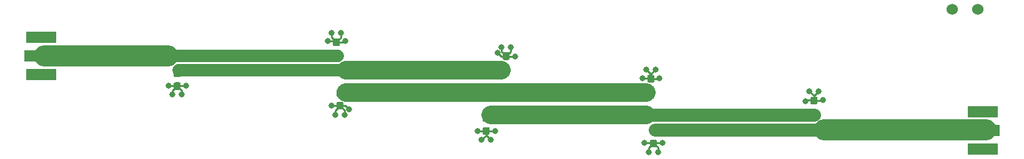
<source format=gbr>
G04 #@! TF.GenerationSoftware,KiCad,Pcbnew,5.1.2-f72e74a~84~ubuntu18.04.1*
G04 #@! TF.CreationDate,2019-11-12T15:35:39+01:00*
G04 #@! TF.ProjectId,filtre_lignes_couplees,66696c74-7265-45f6-9c69-676e65735f63,rev?*
G04 #@! TF.SameCoordinates,Original*
G04 #@! TF.FileFunction,Copper,L1,Top*
G04 #@! TF.FilePolarity,Positive*
%FSLAX46Y46*%
G04 Gerber Fmt 4.6, Leading zero omitted, Abs format (unit mm)*
G04 Created by KiCad (PCBNEW 5.1.2-f72e74a~84~ubuntu18.04.1) date 2019-11-12 15:35:39*
%MOMM*%
%LPD*%
G04 APERTURE LIST*
%ADD10C,0.100000*%
%ADD11C,0.950000*%
%ADD12C,1.524000*%
%ADD13R,4.060000X1.520000*%
%ADD14R,4.600000X1.520000*%
%ADD15C,0.800000*%
%ADD16C,0.250000*%
%ADD17C,2.900000*%
%ADD18C,1.710000*%
%ADD19C,2.523000*%
%ADD20C,1.771000*%
G04 APERTURE END LIST*
D10*
G36*
X144840779Y-90291144D02*
G01*
X144863834Y-90294563D01*
X144886443Y-90300227D01*
X144908387Y-90308079D01*
X144929457Y-90318044D01*
X144949448Y-90330026D01*
X144968168Y-90343910D01*
X144985438Y-90359562D01*
X145001090Y-90376832D01*
X145014974Y-90395552D01*
X145026956Y-90415543D01*
X145036921Y-90436613D01*
X145044773Y-90458557D01*
X145050437Y-90481166D01*
X145053856Y-90504221D01*
X145055000Y-90527500D01*
X145055000Y-91102500D01*
X145053856Y-91125779D01*
X145050437Y-91148834D01*
X145044773Y-91171443D01*
X145036921Y-91193387D01*
X145026956Y-91214457D01*
X145014974Y-91234448D01*
X145001090Y-91253168D01*
X144985438Y-91270438D01*
X144968168Y-91286090D01*
X144949448Y-91299974D01*
X144929457Y-91311956D01*
X144908387Y-91321921D01*
X144886443Y-91329773D01*
X144863834Y-91335437D01*
X144840779Y-91338856D01*
X144817500Y-91340000D01*
X144342500Y-91340000D01*
X144319221Y-91338856D01*
X144296166Y-91335437D01*
X144273557Y-91329773D01*
X144251613Y-91321921D01*
X144230543Y-91311956D01*
X144210552Y-91299974D01*
X144191832Y-91286090D01*
X144174562Y-91270438D01*
X144158910Y-91253168D01*
X144145026Y-91234448D01*
X144133044Y-91214457D01*
X144123079Y-91193387D01*
X144115227Y-91171443D01*
X144109563Y-91148834D01*
X144106144Y-91125779D01*
X144105000Y-91102500D01*
X144105000Y-90527500D01*
X144106144Y-90504221D01*
X144109563Y-90481166D01*
X144115227Y-90458557D01*
X144123079Y-90436613D01*
X144133044Y-90415543D01*
X144145026Y-90395552D01*
X144158910Y-90376832D01*
X144174562Y-90359562D01*
X144191832Y-90343910D01*
X144210552Y-90330026D01*
X144230543Y-90318044D01*
X144251613Y-90308079D01*
X144273557Y-90300227D01*
X144296166Y-90294563D01*
X144319221Y-90291144D01*
X144342500Y-90290000D01*
X144817500Y-90290000D01*
X144840779Y-90291144D01*
X144840779Y-90291144D01*
G37*
D11*
X144580000Y-90815000D03*
D10*
G36*
X144840779Y-92041144D02*
G01*
X144863834Y-92044563D01*
X144886443Y-92050227D01*
X144908387Y-92058079D01*
X144929457Y-92068044D01*
X144949448Y-92080026D01*
X144968168Y-92093910D01*
X144985438Y-92109562D01*
X145001090Y-92126832D01*
X145014974Y-92145552D01*
X145026956Y-92165543D01*
X145036921Y-92186613D01*
X145044773Y-92208557D01*
X145050437Y-92231166D01*
X145053856Y-92254221D01*
X145055000Y-92277500D01*
X145055000Y-92852500D01*
X145053856Y-92875779D01*
X145050437Y-92898834D01*
X145044773Y-92921443D01*
X145036921Y-92943387D01*
X145026956Y-92964457D01*
X145014974Y-92984448D01*
X145001090Y-93003168D01*
X144985438Y-93020438D01*
X144968168Y-93036090D01*
X144949448Y-93049974D01*
X144929457Y-93061956D01*
X144908387Y-93071921D01*
X144886443Y-93079773D01*
X144863834Y-93085437D01*
X144840779Y-93088856D01*
X144817500Y-93090000D01*
X144342500Y-93090000D01*
X144319221Y-93088856D01*
X144296166Y-93085437D01*
X144273557Y-93079773D01*
X144251613Y-93071921D01*
X144230543Y-93061956D01*
X144210552Y-93049974D01*
X144191832Y-93036090D01*
X144174562Y-93020438D01*
X144158910Y-93003168D01*
X144145026Y-92984448D01*
X144133044Y-92964457D01*
X144123079Y-92943387D01*
X144115227Y-92921443D01*
X144109563Y-92898834D01*
X144106144Y-92875779D01*
X144105000Y-92852500D01*
X144105000Y-92277500D01*
X144106144Y-92254221D01*
X144109563Y-92231166D01*
X144115227Y-92208557D01*
X144123079Y-92186613D01*
X144133044Y-92165543D01*
X144145026Y-92145552D01*
X144158910Y-92126832D01*
X144174562Y-92109562D01*
X144191832Y-92093910D01*
X144210552Y-92080026D01*
X144230543Y-92068044D01*
X144251613Y-92058079D01*
X144273557Y-92050227D01*
X144296166Y-92044563D01*
X144319221Y-92041144D01*
X144342500Y-92040000D01*
X144817500Y-92040000D01*
X144840779Y-92041144D01*
X144840779Y-92041144D01*
G37*
D11*
X144580000Y-92565000D03*
D10*
G36*
X166630779Y-86198644D02*
G01*
X166653834Y-86202063D01*
X166676443Y-86207727D01*
X166698387Y-86215579D01*
X166719457Y-86225544D01*
X166739448Y-86237526D01*
X166758168Y-86251410D01*
X166775438Y-86267062D01*
X166791090Y-86284332D01*
X166804974Y-86303052D01*
X166816956Y-86323043D01*
X166826921Y-86344113D01*
X166834773Y-86366057D01*
X166840437Y-86388666D01*
X166843856Y-86411721D01*
X166845000Y-86435000D01*
X166845000Y-87010000D01*
X166843856Y-87033279D01*
X166840437Y-87056334D01*
X166834773Y-87078943D01*
X166826921Y-87100887D01*
X166816956Y-87121957D01*
X166804974Y-87141948D01*
X166791090Y-87160668D01*
X166775438Y-87177938D01*
X166758168Y-87193590D01*
X166739448Y-87207474D01*
X166719457Y-87219456D01*
X166698387Y-87229421D01*
X166676443Y-87237273D01*
X166653834Y-87242937D01*
X166630779Y-87246356D01*
X166607500Y-87247500D01*
X166132500Y-87247500D01*
X166109221Y-87246356D01*
X166086166Y-87242937D01*
X166063557Y-87237273D01*
X166041613Y-87229421D01*
X166020543Y-87219456D01*
X166000552Y-87207474D01*
X165981832Y-87193590D01*
X165964562Y-87177938D01*
X165948910Y-87160668D01*
X165935026Y-87141948D01*
X165923044Y-87121957D01*
X165913079Y-87100887D01*
X165905227Y-87078943D01*
X165899563Y-87056334D01*
X165896144Y-87033279D01*
X165895000Y-87010000D01*
X165895000Y-86435000D01*
X165896144Y-86411721D01*
X165899563Y-86388666D01*
X165905227Y-86366057D01*
X165913079Y-86344113D01*
X165923044Y-86323043D01*
X165935026Y-86303052D01*
X165948910Y-86284332D01*
X165964562Y-86267062D01*
X165981832Y-86251410D01*
X166000552Y-86237526D01*
X166020543Y-86225544D01*
X166041613Y-86215579D01*
X166063557Y-86207727D01*
X166086166Y-86202063D01*
X166109221Y-86198644D01*
X166132500Y-86197500D01*
X166607500Y-86197500D01*
X166630779Y-86198644D01*
X166630779Y-86198644D01*
G37*
D11*
X166370000Y-86722500D03*
D10*
G36*
X166630779Y-87948644D02*
G01*
X166653834Y-87952063D01*
X166676443Y-87957727D01*
X166698387Y-87965579D01*
X166719457Y-87975544D01*
X166739448Y-87987526D01*
X166758168Y-88001410D01*
X166775438Y-88017062D01*
X166791090Y-88034332D01*
X166804974Y-88053052D01*
X166816956Y-88073043D01*
X166826921Y-88094113D01*
X166834773Y-88116057D01*
X166840437Y-88138666D01*
X166843856Y-88161721D01*
X166845000Y-88185000D01*
X166845000Y-88760000D01*
X166843856Y-88783279D01*
X166840437Y-88806334D01*
X166834773Y-88828943D01*
X166826921Y-88850887D01*
X166816956Y-88871957D01*
X166804974Y-88891948D01*
X166791090Y-88910668D01*
X166775438Y-88927938D01*
X166758168Y-88943590D01*
X166739448Y-88957474D01*
X166719457Y-88969456D01*
X166698387Y-88979421D01*
X166676443Y-88987273D01*
X166653834Y-88992937D01*
X166630779Y-88996356D01*
X166607500Y-88997500D01*
X166132500Y-88997500D01*
X166109221Y-88996356D01*
X166086166Y-88992937D01*
X166063557Y-88987273D01*
X166041613Y-88979421D01*
X166020543Y-88969456D01*
X166000552Y-88957474D01*
X165981832Y-88943590D01*
X165964562Y-88927938D01*
X165948910Y-88910668D01*
X165935026Y-88891948D01*
X165923044Y-88871957D01*
X165913079Y-88850887D01*
X165905227Y-88828943D01*
X165899563Y-88806334D01*
X165896144Y-88783279D01*
X165895000Y-88760000D01*
X165895000Y-88185000D01*
X165896144Y-88161721D01*
X165899563Y-88138666D01*
X165905227Y-88116057D01*
X165913079Y-88094113D01*
X165923044Y-88073043D01*
X165935026Y-88053052D01*
X165948910Y-88034332D01*
X165964562Y-88017062D01*
X165981832Y-88001410D01*
X166000552Y-87987526D01*
X166020543Y-87975544D01*
X166041613Y-87965579D01*
X166063557Y-87957727D01*
X166086166Y-87952063D01*
X166109221Y-87948644D01*
X166132500Y-87947500D01*
X166607500Y-87947500D01*
X166630779Y-87948644D01*
X166630779Y-87948644D01*
G37*
D11*
X166370000Y-88472500D03*
D10*
G36*
X122180779Y-88601144D02*
G01*
X122203834Y-88604563D01*
X122226443Y-88610227D01*
X122248387Y-88618079D01*
X122269457Y-88628044D01*
X122289448Y-88640026D01*
X122308168Y-88653910D01*
X122325438Y-88669562D01*
X122341090Y-88686832D01*
X122354974Y-88705552D01*
X122366956Y-88725543D01*
X122376921Y-88746613D01*
X122384773Y-88768557D01*
X122390437Y-88791166D01*
X122393856Y-88814221D01*
X122395000Y-88837500D01*
X122395000Y-89412500D01*
X122393856Y-89435779D01*
X122390437Y-89458834D01*
X122384773Y-89481443D01*
X122376921Y-89503387D01*
X122366956Y-89524457D01*
X122354974Y-89544448D01*
X122341090Y-89563168D01*
X122325438Y-89580438D01*
X122308168Y-89596090D01*
X122289448Y-89609974D01*
X122269457Y-89621956D01*
X122248387Y-89631921D01*
X122226443Y-89639773D01*
X122203834Y-89645437D01*
X122180779Y-89648856D01*
X122157500Y-89650000D01*
X121682500Y-89650000D01*
X121659221Y-89648856D01*
X121636166Y-89645437D01*
X121613557Y-89639773D01*
X121591613Y-89631921D01*
X121570543Y-89621956D01*
X121550552Y-89609974D01*
X121531832Y-89596090D01*
X121514562Y-89580438D01*
X121498910Y-89563168D01*
X121485026Y-89544448D01*
X121473044Y-89524457D01*
X121463079Y-89503387D01*
X121455227Y-89481443D01*
X121449563Y-89458834D01*
X121446144Y-89435779D01*
X121445000Y-89412500D01*
X121445000Y-88837500D01*
X121446144Y-88814221D01*
X121449563Y-88791166D01*
X121455227Y-88768557D01*
X121463079Y-88746613D01*
X121473044Y-88725543D01*
X121485026Y-88705552D01*
X121498910Y-88686832D01*
X121514562Y-88669562D01*
X121531832Y-88653910D01*
X121550552Y-88640026D01*
X121570543Y-88628044D01*
X121591613Y-88618079D01*
X121613557Y-88610227D01*
X121636166Y-88604563D01*
X121659221Y-88601144D01*
X121682500Y-88600000D01*
X122157500Y-88600000D01*
X122180779Y-88601144D01*
X122180779Y-88601144D01*
G37*
D11*
X121920000Y-89125000D03*
D10*
G36*
X122180779Y-90351144D02*
G01*
X122203834Y-90354563D01*
X122226443Y-90360227D01*
X122248387Y-90368079D01*
X122269457Y-90378044D01*
X122289448Y-90390026D01*
X122308168Y-90403910D01*
X122325438Y-90419562D01*
X122341090Y-90436832D01*
X122354974Y-90455552D01*
X122366956Y-90475543D01*
X122376921Y-90496613D01*
X122384773Y-90518557D01*
X122390437Y-90541166D01*
X122393856Y-90564221D01*
X122395000Y-90587500D01*
X122395000Y-91162500D01*
X122393856Y-91185779D01*
X122390437Y-91208834D01*
X122384773Y-91231443D01*
X122376921Y-91253387D01*
X122366956Y-91274457D01*
X122354974Y-91294448D01*
X122341090Y-91313168D01*
X122325438Y-91330438D01*
X122308168Y-91346090D01*
X122289448Y-91359974D01*
X122269457Y-91371956D01*
X122248387Y-91381921D01*
X122226443Y-91389773D01*
X122203834Y-91395437D01*
X122180779Y-91398856D01*
X122157500Y-91400000D01*
X121682500Y-91400000D01*
X121659221Y-91398856D01*
X121636166Y-91395437D01*
X121613557Y-91389773D01*
X121591613Y-91381921D01*
X121570543Y-91371956D01*
X121550552Y-91359974D01*
X121531832Y-91346090D01*
X121514562Y-91330438D01*
X121498910Y-91313168D01*
X121485026Y-91294448D01*
X121473044Y-91274457D01*
X121463079Y-91253387D01*
X121455227Y-91231443D01*
X121449563Y-91208834D01*
X121446144Y-91185779D01*
X121445000Y-91162500D01*
X121445000Y-90587500D01*
X121446144Y-90564221D01*
X121449563Y-90541166D01*
X121455227Y-90518557D01*
X121463079Y-90496613D01*
X121473044Y-90475543D01*
X121485026Y-90455552D01*
X121498910Y-90436832D01*
X121514562Y-90419562D01*
X121531832Y-90403910D01*
X121550552Y-90390026D01*
X121570543Y-90378044D01*
X121591613Y-90368079D01*
X121613557Y-90360227D01*
X121636166Y-90354563D01*
X121659221Y-90351144D01*
X121682500Y-90350000D01*
X122157500Y-90350000D01*
X122180779Y-90351144D01*
X122180779Y-90351144D01*
G37*
D11*
X121920000Y-90875000D03*
D10*
G36*
X144505779Y-83221144D02*
G01*
X144528834Y-83224563D01*
X144551443Y-83230227D01*
X144573387Y-83238079D01*
X144594457Y-83248044D01*
X144614448Y-83260026D01*
X144633168Y-83273910D01*
X144650438Y-83289562D01*
X144666090Y-83306832D01*
X144679974Y-83325552D01*
X144691956Y-83345543D01*
X144701921Y-83366613D01*
X144709773Y-83388557D01*
X144715437Y-83411166D01*
X144718856Y-83434221D01*
X144720000Y-83457500D01*
X144720000Y-84032500D01*
X144718856Y-84055779D01*
X144715437Y-84078834D01*
X144709773Y-84101443D01*
X144701921Y-84123387D01*
X144691956Y-84144457D01*
X144679974Y-84164448D01*
X144666090Y-84183168D01*
X144650438Y-84200438D01*
X144633168Y-84216090D01*
X144614448Y-84229974D01*
X144594457Y-84241956D01*
X144573387Y-84251921D01*
X144551443Y-84259773D01*
X144528834Y-84265437D01*
X144505779Y-84268856D01*
X144482500Y-84270000D01*
X144007500Y-84270000D01*
X143984221Y-84268856D01*
X143961166Y-84265437D01*
X143938557Y-84259773D01*
X143916613Y-84251921D01*
X143895543Y-84241956D01*
X143875552Y-84229974D01*
X143856832Y-84216090D01*
X143839562Y-84200438D01*
X143823910Y-84183168D01*
X143810026Y-84164448D01*
X143798044Y-84144457D01*
X143788079Y-84123387D01*
X143780227Y-84101443D01*
X143774563Y-84078834D01*
X143771144Y-84055779D01*
X143770000Y-84032500D01*
X143770000Y-83457500D01*
X143771144Y-83434221D01*
X143774563Y-83411166D01*
X143780227Y-83388557D01*
X143788079Y-83366613D01*
X143798044Y-83345543D01*
X143810026Y-83325552D01*
X143823910Y-83306832D01*
X143839562Y-83289562D01*
X143856832Y-83273910D01*
X143875552Y-83260026D01*
X143895543Y-83248044D01*
X143916613Y-83238079D01*
X143938557Y-83230227D01*
X143961166Y-83224563D01*
X143984221Y-83221144D01*
X144007500Y-83220000D01*
X144482500Y-83220000D01*
X144505779Y-83221144D01*
X144505779Y-83221144D01*
G37*
D11*
X144245000Y-83745000D03*
D10*
G36*
X144505779Y-84971144D02*
G01*
X144528834Y-84974563D01*
X144551443Y-84980227D01*
X144573387Y-84988079D01*
X144594457Y-84998044D01*
X144614448Y-85010026D01*
X144633168Y-85023910D01*
X144650438Y-85039562D01*
X144666090Y-85056832D01*
X144679974Y-85075552D01*
X144691956Y-85095543D01*
X144701921Y-85116613D01*
X144709773Y-85138557D01*
X144715437Y-85161166D01*
X144718856Y-85184221D01*
X144720000Y-85207500D01*
X144720000Y-85782500D01*
X144718856Y-85805779D01*
X144715437Y-85828834D01*
X144709773Y-85851443D01*
X144701921Y-85873387D01*
X144691956Y-85894457D01*
X144679974Y-85914448D01*
X144666090Y-85933168D01*
X144650438Y-85950438D01*
X144633168Y-85966090D01*
X144614448Y-85979974D01*
X144594457Y-85991956D01*
X144573387Y-86001921D01*
X144551443Y-86009773D01*
X144528834Y-86015437D01*
X144505779Y-86018856D01*
X144482500Y-86020000D01*
X144007500Y-86020000D01*
X143984221Y-86018856D01*
X143961166Y-86015437D01*
X143938557Y-86009773D01*
X143916613Y-86001921D01*
X143895543Y-85991956D01*
X143875552Y-85979974D01*
X143856832Y-85966090D01*
X143839562Y-85950438D01*
X143823910Y-85933168D01*
X143810026Y-85914448D01*
X143798044Y-85894457D01*
X143788079Y-85873387D01*
X143780227Y-85851443D01*
X143774563Y-85828834D01*
X143771144Y-85805779D01*
X143770000Y-85782500D01*
X143770000Y-85207500D01*
X143771144Y-85184221D01*
X143774563Y-85161166D01*
X143780227Y-85138557D01*
X143788079Y-85116613D01*
X143798044Y-85095543D01*
X143810026Y-85075552D01*
X143823910Y-85056832D01*
X143839562Y-85039562D01*
X143856832Y-85023910D01*
X143875552Y-85010026D01*
X143895543Y-84998044D01*
X143916613Y-84988079D01*
X143938557Y-84980227D01*
X143961166Y-84974563D01*
X143984221Y-84971144D01*
X144007500Y-84970000D01*
X144482500Y-84970000D01*
X144505779Y-84971144D01*
X144505779Y-84971144D01*
G37*
D11*
X144245000Y-85495000D03*
D10*
G36*
X102360779Y-85161144D02*
G01*
X102383834Y-85164563D01*
X102406443Y-85170227D01*
X102428387Y-85178079D01*
X102449457Y-85188044D01*
X102469448Y-85200026D01*
X102488168Y-85213910D01*
X102505438Y-85229562D01*
X102521090Y-85246832D01*
X102534974Y-85265552D01*
X102546956Y-85285543D01*
X102556921Y-85306613D01*
X102564773Y-85328557D01*
X102570437Y-85351166D01*
X102573856Y-85374221D01*
X102575000Y-85397500D01*
X102575000Y-85972500D01*
X102573856Y-85995779D01*
X102570437Y-86018834D01*
X102564773Y-86041443D01*
X102556921Y-86063387D01*
X102546956Y-86084457D01*
X102534974Y-86104448D01*
X102521090Y-86123168D01*
X102505438Y-86140438D01*
X102488168Y-86156090D01*
X102469448Y-86169974D01*
X102449457Y-86181956D01*
X102428387Y-86191921D01*
X102406443Y-86199773D01*
X102383834Y-86205437D01*
X102360779Y-86208856D01*
X102337500Y-86210000D01*
X101862500Y-86210000D01*
X101839221Y-86208856D01*
X101816166Y-86205437D01*
X101793557Y-86199773D01*
X101771613Y-86191921D01*
X101750543Y-86181956D01*
X101730552Y-86169974D01*
X101711832Y-86156090D01*
X101694562Y-86140438D01*
X101678910Y-86123168D01*
X101665026Y-86104448D01*
X101653044Y-86084457D01*
X101643079Y-86063387D01*
X101635227Y-86041443D01*
X101629563Y-86018834D01*
X101626144Y-85995779D01*
X101625000Y-85972500D01*
X101625000Y-85397500D01*
X101626144Y-85374221D01*
X101629563Y-85351166D01*
X101635227Y-85328557D01*
X101643079Y-85306613D01*
X101653044Y-85285543D01*
X101665026Y-85265552D01*
X101678910Y-85246832D01*
X101694562Y-85229562D01*
X101711832Y-85213910D01*
X101730552Y-85200026D01*
X101750543Y-85188044D01*
X101771613Y-85178079D01*
X101793557Y-85170227D01*
X101816166Y-85164563D01*
X101839221Y-85161144D01*
X101862500Y-85160000D01*
X102337500Y-85160000D01*
X102360779Y-85161144D01*
X102360779Y-85161144D01*
G37*
D11*
X102100000Y-85685000D03*
D10*
G36*
X102360779Y-86911144D02*
G01*
X102383834Y-86914563D01*
X102406443Y-86920227D01*
X102428387Y-86928079D01*
X102449457Y-86938044D01*
X102469448Y-86950026D01*
X102488168Y-86963910D01*
X102505438Y-86979562D01*
X102521090Y-86996832D01*
X102534974Y-87015552D01*
X102546956Y-87035543D01*
X102556921Y-87056613D01*
X102564773Y-87078557D01*
X102570437Y-87101166D01*
X102573856Y-87124221D01*
X102575000Y-87147500D01*
X102575000Y-87722500D01*
X102573856Y-87745779D01*
X102570437Y-87768834D01*
X102564773Y-87791443D01*
X102556921Y-87813387D01*
X102546956Y-87834457D01*
X102534974Y-87854448D01*
X102521090Y-87873168D01*
X102505438Y-87890438D01*
X102488168Y-87906090D01*
X102469448Y-87919974D01*
X102449457Y-87931956D01*
X102428387Y-87941921D01*
X102406443Y-87949773D01*
X102383834Y-87955437D01*
X102360779Y-87958856D01*
X102337500Y-87960000D01*
X101862500Y-87960000D01*
X101839221Y-87958856D01*
X101816166Y-87955437D01*
X101793557Y-87949773D01*
X101771613Y-87941921D01*
X101750543Y-87931956D01*
X101730552Y-87919974D01*
X101711832Y-87906090D01*
X101694562Y-87890438D01*
X101678910Y-87873168D01*
X101665026Y-87854448D01*
X101653044Y-87834457D01*
X101643079Y-87813387D01*
X101635227Y-87791443D01*
X101629563Y-87768834D01*
X101626144Y-87745779D01*
X101625000Y-87722500D01*
X101625000Y-87147500D01*
X101626144Y-87124221D01*
X101629563Y-87101166D01*
X101635227Y-87078557D01*
X101643079Y-87056613D01*
X101653044Y-87035543D01*
X101665026Y-87015552D01*
X101678910Y-86996832D01*
X101694562Y-86979562D01*
X101711832Y-86963910D01*
X101730552Y-86950026D01*
X101750543Y-86938044D01*
X101771613Y-86928079D01*
X101793557Y-86920227D01*
X101816166Y-86914563D01*
X101839221Y-86911144D01*
X101862500Y-86910000D01*
X102337500Y-86910000D01*
X102360779Y-86911144D01*
X102360779Y-86911144D01*
G37*
D11*
X102100000Y-87435000D03*
D10*
G36*
X124885779Y-80146144D02*
G01*
X124908834Y-80149563D01*
X124931443Y-80155227D01*
X124953387Y-80163079D01*
X124974457Y-80173044D01*
X124994448Y-80185026D01*
X125013168Y-80198910D01*
X125030438Y-80214562D01*
X125046090Y-80231832D01*
X125059974Y-80250552D01*
X125071956Y-80270543D01*
X125081921Y-80291613D01*
X125089773Y-80313557D01*
X125095437Y-80336166D01*
X125098856Y-80359221D01*
X125100000Y-80382500D01*
X125100000Y-80957500D01*
X125098856Y-80980779D01*
X125095437Y-81003834D01*
X125089773Y-81026443D01*
X125081921Y-81048387D01*
X125071956Y-81069457D01*
X125059974Y-81089448D01*
X125046090Y-81108168D01*
X125030438Y-81125438D01*
X125013168Y-81141090D01*
X124994448Y-81154974D01*
X124974457Y-81166956D01*
X124953387Y-81176921D01*
X124931443Y-81184773D01*
X124908834Y-81190437D01*
X124885779Y-81193856D01*
X124862500Y-81195000D01*
X124387500Y-81195000D01*
X124364221Y-81193856D01*
X124341166Y-81190437D01*
X124318557Y-81184773D01*
X124296613Y-81176921D01*
X124275543Y-81166956D01*
X124255552Y-81154974D01*
X124236832Y-81141090D01*
X124219562Y-81125438D01*
X124203910Y-81108168D01*
X124190026Y-81089448D01*
X124178044Y-81069457D01*
X124168079Y-81048387D01*
X124160227Y-81026443D01*
X124154563Y-81003834D01*
X124151144Y-80980779D01*
X124150000Y-80957500D01*
X124150000Y-80382500D01*
X124151144Y-80359221D01*
X124154563Y-80336166D01*
X124160227Y-80313557D01*
X124168079Y-80291613D01*
X124178044Y-80270543D01*
X124190026Y-80250552D01*
X124203910Y-80231832D01*
X124219562Y-80214562D01*
X124236832Y-80198910D01*
X124255552Y-80185026D01*
X124275543Y-80173044D01*
X124296613Y-80163079D01*
X124318557Y-80155227D01*
X124341166Y-80149563D01*
X124364221Y-80146144D01*
X124387500Y-80145000D01*
X124862500Y-80145000D01*
X124885779Y-80146144D01*
X124885779Y-80146144D01*
G37*
D11*
X124625000Y-80670000D03*
D10*
G36*
X124885779Y-81896144D02*
G01*
X124908834Y-81899563D01*
X124931443Y-81905227D01*
X124953387Y-81913079D01*
X124974457Y-81923044D01*
X124994448Y-81935026D01*
X125013168Y-81948910D01*
X125030438Y-81964562D01*
X125046090Y-81981832D01*
X125059974Y-82000552D01*
X125071956Y-82020543D01*
X125081921Y-82041613D01*
X125089773Y-82063557D01*
X125095437Y-82086166D01*
X125098856Y-82109221D01*
X125100000Y-82132500D01*
X125100000Y-82707500D01*
X125098856Y-82730779D01*
X125095437Y-82753834D01*
X125089773Y-82776443D01*
X125081921Y-82798387D01*
X125071956Y-82819457D01*
X125059974Y-82839448D01*
X125046090Y-82858168D01*
X125030438Y-82875438D01*
X125013168Y-82891090D01*
X124994448Y-82904974D01*
X124974457Y-82916956D01*
X124953387Y-82926921D01*
X124931443Y-82934773D01*
X124908834Y-82940437D01*
X124885779Y-82943856D01*
X124862500Y-82945000D01*
X124387500Y-82945000D01*
X124364221Y-82943856D01*
X124341166Y-82940437D01*
X124318557Y-82934773D01*
X124296613Y-82926921D01*
X124275543Y-82916956D01*
X124255552Y-82904974D01*
X124236832Y-82891090D01*
X124219562Y-82875438D01*
X124203910Y-82858168D01*
X124190026Y-82839448D01*
X124178044Y-82819457D01*
X124168079Y-82798387D01*
X124160227Y-82776443D01*
X124154563Y-82753834D01*
X124151144Y-82730779D01*
X124150000Y-82707500D01*
X124150000Y-82132500D01*
X124151144Y-82109221D01*
X124154563Y-82086166D01*
X124160227Y-82063557D01*
X124168079Y-82041613D01*
X124178044Y-82020543D01*
X124190026Y-82000552D01*
X124203910Y-81981832D01*
X124219562Y-81964562D01*
X124236832Y-81948910D01*
X124255552Y-81935026D01*
X124275543Y-81923044D01*
X124296613Y-81913079D01*
X124318557Y-81905227D01*
X124341166Y-81899563D01*
X124364221Y-81896144D01*
X124387500Y-81895000D01*
X124862500Y-81895000D01*
X124885779Y-81896144D01*
X124885779Y-81896144D01*
G37*
D11*
X124625000Y-82420000D03*
D10*
G36*
X80270779Y-82491144D02*
G01*
X80293834Y-82494563D01*
X80316443Y-82500227D01*
X80338387Y-82508079D01*
X80359457Y-82518044D01*
X80379448Y-82530026D01*
X80398168Y-82543910D01*
X80415438Y-82559562D01*
X80431090Y-82576832D01*
X80444974Y-82595552D01*
X80456956Y-82615543D01*
X80466921Y-82636613D01*
X80474773Y-82658557D01*
X80480437Y-82681166D01*
X80483856Y-82704221D01*
X80485000Y-82727500D01*
X80485000Y-83302500D01*
X80483856Y-83325779D01*
X80480437Y-83348834D01*
X80474773Y-83371443D01*
X80466921Y-83393387D01*
X80456956Y-83414457D01*
X80444974Y-83434448D01*
X80431090Y-83453168D01*
X80415438Y-83470438D01*
X80398168Y-83486090D01*
X80379448Y-83499974D01*
X80359457Y-83511956D01*
X80338387Y-83521921D01*
X80316443Y-83529773D01*
X80293834Y-83535437D01*
X80270779Y-83538856D01*
X80247500Y-83540000D01*
X79772500Y-83540000D01*
X79749221Y-83538856D01*
X79726166Y-83535437D01*
X79703557Y-83529773D01*
X79681613Y-83521921D01*
X79660543Y-83511956D01*
X79640552Y-83499974D01*
X79621832Y-83486090D01*
X79604562Y-83470438D01*
X79588910Y-83453168D01*
X79575026Y-83434448D01*
X79563044Y-83414457D01*
X79553079Y-83393387D01*
X79545227Y-83371443D01*
X79539563Y-83348834D01*
X79536144Y-83325779D01*
X79535000Y-83302500D01*
X79535000Y-82727500D01*
X79536144Y-82704221D01*
X79539563Y-82681166D01*
X79545227Y-82658557D01*
X79553079Y-82636613D01*
X79563044Y-82615543D01*
X79575026Y-82595552D01*
X79588910Y-82576832D01*
X79604562Y-82559562D01*
X79621832Y-82543910D01*
X79640552Y-82530026D01*
X79660543Y-82518044D01*
X79681613Y-82508079D01*
X79703557Y-82500227D01*
X79726166Y-82494563D01*
X79749221Y-82491144D01*
X79772500Y-82490000D01*
X80247500Y-82490000D01*
X80270779Y-82491144D01*
X80270779Y-82491144D01*
G37*
D11*
X80010000Y-83015000D03*
D10*
G36*
X80270779Y-84241144D02*
G01*
X80293834Y-84244563D01*
X80316443Y-84250227D01*
X80338387Y-84258079D01*
X80359457Y-84268044D01*
X80379448Y-84280026D01*
X80398168Y-84293910D01*
X80415438Y-84309562D01*
X80431090Y-84326832D01*
X80444974Y-84345552D01*
X80456956Y-84365543D01*
X80466921Y-84386613D01*
X80474773Y-84408557D01*
X80480437Y-84431166D01*
X80483856Y-84454221D01*
X80485000Y-84477500D01*
X80485000Y-85052500D01*
X80483856Y-85075779D01*
X80480437Y-85098834D01*
X80474773Y-85121443D01*
X80466921Y-85143387D01*
X80456956Y-85164457D01*
X80444974Y-85184448D01*
X80431090Y-85203168D01*
X80415438Y-85220438D01*
X80398168Y-85236090D01*
X80379448Y-85249974D01*
X80359457Y-85261956D01*
X80338387Y-85271921D01*
X80316443Y-85279773D01*
X80293834Y-85285437D01*
X80270779Y-85288856D01*
X80247500Y-85290000D01*
X79772500Y-85290000D01*
X79749221Y-85288856D01*
X79726166Y-85285437D01*
X79703557Y-85279773D01*
X79681613Y-85271921D01*
X79660543Y-85261956D01*
X79640552Y-85249974D01*
X79621832Y-85236090D01*
X79604562Y-85220438D01*
X79588910Y-85203168D01*
X79575026Y-85184448D01*
X79563044Y-85164457D01*
X79553079Y-85143387D01*
X79545227Y-85121443D01*
X79539563Y-85098834D01*
X79536144Y-85075779D01*
X79535000Y-85052500D01*
X79535000Y-84477500D01*
X79536144Y-84454221D01*
X79539563Y-84431166D01*
X79545227Y-84408557D01*
X79553079Y-84386613D01*
X79563044Y-84365543D01*
X79575026Y-84345552D01*
X79588910Y-84326832D01*
X79604562Y-84309562D01*
X79621832Y-84293910D01*
X79640552Y-84280026D01*
X79660543Y-84268044D01*
X79681613Y-84258079D01*
X79703557Y-84250227D01*
X79726166Y-84244563D01*
X79749221Y-84241144D01*
X79772500Y-84240000D01*
X80247500Y-84240000D01*
X80270779Y-84241144D01*
X80270779Y-84241144D01*
G37*
D11*
X80010000Y-84765000D03*
D10*
G36*
X101860779Y-78251144D02*
G01*
X101883834Y-78254563D01*
X101906443Y-78260227D01*
X101928387Y-78268079D01*
X101949457Y-78278044D01*
X101969448Y-78290026D01*
X101988168Y-78303910D01*
X102005438Y-78319562D01*
X102021090Y-78336832D01*
X102034974Y-78355552D01*
X102046956Y-78375543D01*
X102056921Y-78396613D01*
X102064773Y-78418557D01*
X102070437Y-78441166D01*
X102073856Y-78464221D01*
X102075000Y-78487500D01*
X102075000Y-79062500D01*
X102073856Y-79085779D01*
X102070437Y-79108834D01*
X102064773Y-79131443D01*
X102056921Y-79153387D01*
X102046956Y-79174457D01*
X102034974Y-79194448D01*
X102021090Y-79213168D01*
X102005438Y-79230438D01*
X101988168Y-79246090D01*
X101969448Y-79259974D01*
X101949457Y-79271956D01*
X101928387Y-79281921D01*
X101906443Y-79289773D01*
X101883834Y-79295437D01*
X101860779Y-79298856D01*
X101837500Y-79300000D01*
X101362500Y-79300000D01*
X101339221Y-79298856D01*
X101316166Y-79295437D01*
X101293557Y-79289773D01*
X101271613Y-79281921D01*
X101250543Y-79271956D01*
X101230552Y-79259974D01*
X101211832Y-79246090D01*
X101194562Y-79230438D01*
X101178910Y-79213168D01*
X101165026Y-79194448D01*
X101153044Y-79174457D01*
X101143079Y-79153387D01*
X101135227Y-79131443D01*
X101129563Y-79108834D01*
X101126144Y-79085779D01*
X101125000Y-79062500D01*
X101125000Y-78487500D01*
X101126144Y-78464221D01*
X101129563Y-78441166D01*
X101135227Y-78418557D01*
X101143079Y-78396613D01*
X101153044Y-78375543D01*
X101165026Y-78355552D01*
X101178910Y-78336832D01*
X101194562Y-78319562D01*
X101211832Y-78303910D01*
X101230552Y-78290026D01*
X101250543Y-78278044D01*
X101271613Y-78268079D01*
X101293557Y-78260227D01*
X101316166Y-78254563D01*
X101339221Y-78251144D01*
X101362500Y-78250000D01*
X101837500Y-78250000D01*
X101860779Y-78251144D01*
X101860779Y-78251144D01*
G37*
D11*
X101600000Y-78775000D03*
D10*
G36*
X101860779Y-80001144D02*
G01*
X101883834Y-80004563D01*
X101906443Y-80010227D01*
X101928387Y-80018079D01*
X101949457Y-80028044D01*
X101969448Y-80040026D01*
X101988168Y-80053910D01*
X102005438Y-80069562D01*
X102021090Y-80086832D01*
X102034974Y-80105552D01*
X102046956Y-80125543D01*
X102056921Y-80146613D01*
X102064773Y-80168557D01*
X102070437Y-80191166D01*
X102073856Y-80214221D01*
X102075000Y-80237500D01*
X102075000Y-80812500D01*
X102073856Y-80835779D01*
X102070437Y-80858834D01*
X102064773Y-80881443D01*
X102056921Y-80903387D01*
X102046956Y-80924457D01*
X102034974Y-80944448D01*
X102021090Y-80963168D01*
X102005438Y-80980438D01*
X101988168Y-80996090D01*
X101969448Y-81009974D01*
X101949457Y-81021956D01*
X101928387Y-81031921D01*
X101906443Y-81039773D01*
X101883834Y-81045437D01*
X101860779Y-81048856D01*
X101837500Y-81050000D01*
X101362500Y-81050000D01*
X101339221Y-81048856D01*
X101316166Y-81045437D01*
X101293557Y-81039773D01*
X101271613Y-81031921D01*
X101250543Y-81021956D01*
X101230552Y-81009974D01*
X101211832Y-80996090D01*
X101194562Y-80980438D01*
X101178910Y-80963168D01*
X101165026Y-80944448D01*
X101153044Y-80924457D01*
X101143079Y-80903387D01*
X101135227Y-80881443D01*
X101129563Y-80858834D01*
X101126144Y-80835779D01*
X101125000Y-80812500D01*
X101125000Y-80237500D01*
X101126144Y-80214221D01*
X101129563Y-80191166D01*
X101135227Y-80168557D01*
X101143079Y-80146613D01*
X101153044Y-80125543D01*
X101165026Y-80105552D01*
X101178910Y-80086832D01*
X101194562Y-80069562D01*
X101211832Y-80053910D01*
X101230552Y-80040026D01*
X101250543Y-80028044D01*
X101271613Y-80018079D01*
X101293557Y-80010227D01*
X101316166Y-80004563D01*
X101339221Y-80001144D01*
X101362500Y-80000000D01*
X101837500Y-80000000D01*
X101860779Y-80001144D01*
X101860779Y-80001144D01*
G37*
D11*
X101600000Y-80525000D03*
D12*
X188595000Y-74295000D03*
X185095000Y-74295000D03*
D13*
X189230000Y-93345000D03*
X189230000Y-88265000D03*
D14*
X189230000Y-90805000D03*
D13*
X61595000Y-78105000D03*
X61595000Y-83185000D03*
D14*
X61595000Y-80645000D03*
D15*
X121920000Y-90900000D03*
X121285000Y-92100000D03*
X122555000Y-92100000D03*
X120750000Y-90900000D03*
X123100000Y-90900000D03*
X102800000Y-78590000D03*
X100400000Y-78590000D03*
X101600000Y-78770000D03*
X123990000Y-79450000D03*
X125820000Y-80700000D03*
X123470000Y-80200000D03*
X124625000Y-80700000D03*
X125260000Y-79450000D03*
X143610000Y-82500000D03*
X145400000Y-83700000D03*
X143100000Y-83700000D03*
X144245000Y-83700000D03*
X144880000Y-82500000D03*
X167550000Y-86650000D03*
X165200000Y-86850000D03*
X166370000Y-86650000D03*
X145215000Y-93780000D03*
X143400000Y-92480000D03*
X145800000Y-92480000D03*
X144580000Y-92480000D03*
X143945000Y-93780000D03*
X102735000Y-88680000D03*
X100930000Y-87430000D03*
X103280000Y-87900000D03*
X102100000Y-87430000D03*
X101465000Y-88680000D03*
X79375000Y-85930000D03*
X80645000Y-85930000D03*
X78850000Y-84730000D03*
X80010000Y-84730000D03*
X190500000Y-88265000D03*
X189230000Y-88265000D03*
X187960000Y-88265000D03*
X190500000Y-93345000D03*
X189230000Y-93345000D03*
X187960000Y-93345000D03*
X62865000Y-78105000D03*
X61595000Y-78105000D03*
X60325000Y-78105000D03*
X62865000Y-83185000D03*
X61595000Y-83185000D03*
X60325000Y-83185000D03*
X165735000Y-85450000D03*
X167005000Y-85450000D03*
X100965000Y-77520000D03*
X102235000Y-77520000D03*
X81200000Y-84730000D03*
D16*
X102620000Y-78770000D02*
X102800000Y-78590000D01*
X101600000Y-78770000D02*
X102620000Y-78770000D01*
X102235000Y-78132500D02*
X101600000Y-78767500D01*
X102235000Y-77520000D02*
X102235000Y-78132500D01*
X100965000Y-78135000D02*
X101600000Y-78770000D01*
X100965000Y-77520000D02*
X100965000Y-78135000D01*
X101420000Y-78590000D02*
X101600000Y-78770000D01*
X100400000Y-78590000D02*
X101420000Y-78590000D01*
X78850000Y-84730000D02*
X80010000Y-84730000D01*
X79375000Y-85365000D02*
X80010000Y-84730000D01*
X79375000Y-85930000D02*
X79375000Y-85365000D01*
X80645000Y-85365000D02*
X80010000Y-84730000D01*
X80645000Y-85930000D02*
X80645000Y-85365000D01*
X80062500Y-84730000D02*
X80010000Y-84677500D01*
X81200000Y-84730000D02*
X80062500Y-84730000D01*
X102095000Y-87430000D02*
X102100000Y-87435000D01*
X100930000Y-87430000D02*
X102095000Y-87430000D01*
X102735000Y-88070000D02*
X102100000Y-87435000D01*
X102735000Y-88680000D02*
X102735000Y-88070000D01*
X101465000Y-88070000D02*
X102100000Y-87435000D01*
X101465000Y-88680000D02*
X101465000Y-88070000D01*
X123990000Y-80035000D02*
X124625000Y-80670000D01*
X123990000Y-79450000D02*
X123990000Y-80035000D01*
X125260000Y-80035000D02*
X124625000Y-80670000D01*
X125260000Y-79450000D02*
X125260000Y-80035000D01*
X124655000Y-80700000D02*
X124625000Y-80670000D01*
X125820000Y-80700000D02*
X124655000Y-80700000D01*
X143400000Y-92480000D02*
X144580000Y-92480000D01*
X144665000Y-92480000D02*
X144580000Y-92565000D01*
X145800000Y-92480000D02*
X144665000Y-92480000D01*
X145215000Y-93115000D02*
X144580000Y-92480000D01*
X145215000Y-93780000D02*
X145215000Y-93115000D01*
X143945000Y-93200000D02*
X144580000Y-92565000D01*
X143945000Y-93780000D02*
X143945000Y-93200000D01*
X123075000Y-90875000D02*
X123100000Y-90900000D01*
X121920000Y-90875000D02*
X123075000Y-90875000D01*
X121920000Y-91465000D02*
X122555000Y-92100000D01*
X121920000Y-90875000D02*
X121920000Y-91465000D01*
X121920000Y-91465000D02*
X121285000Y-92100000D01*
X121920000Y-90900000D02*
X121920000Y-91465000D01*
X120775000Y-90875000D02*
X120750000Y-90900000D01*
X121920000Y-90875000D02*
X120775000Y-90875000D01*
X144200000Y-83700000D02*
X144245000Y-83745000D01*
X143100000Y-83700000D02*
X144200000Y-83700000D01*
X145355000Y-83745000D02*
X145400000Y-83700000D01*
X144245000Y-83745000D02*
X145355000Y-83745000D01*
X144245000Y-83135000D02*
X144880000Y-82500000D01*
X144245000Y-83135000D02*
X143610000Y-82500000D01*
X144245000Y-83700000D02*
X144245000Y-83135000D01*
X166370000Y-86085000D02*
X165735000Y-85450000D01*
X166370000Y-86722500D02*
X166370000Y-86085000D01*
X166370000Y-86085000D02*
X167005000Y-85450000D01*
X166370000Y-86650000D02*
X166370000Y-86085000D01*
X167477500Y-86722500D02*
X167550000Y-86650000D01*
X166370000Y-86722500D02*
X167477500Y-86722500D01*
X166370000Y-86650000D02*
X165200000Y-86650000D01*
X123970000Y-80700000D02*
X123470000Y-80200000D01*
X124625000Y-80700000D02*
X123970000Y-80700000D01*
X102810000Y-87430000D02*
X103280000Y-87900000D01*
X102100000Y-87430000D02*
X102810000Y-87430000D01*
D17*
X62000000Y-80645000D02*
X78740000Y-80645000D01*
D18*
X78740000Y-80645000D02*
X101780000Y-80645000D01*
D19*
X102870000Y-85638000D02*
X123990000Y-85638000D01*
X122520000Y-85638000D02*
X143640000Y-85638000D01*
X122520000Y-88726000D02*
X143640000Y-88726000D01*
D20*
X144145000Y-88726000D02*
X166360000Y-88726000D01*
X144780000Y-90682800D02*
X166360000Y-90682800D01*
D17*
X167720000Y-90734600D02*
X189700000Y-90734600D01*
D18*
X80200000Y-82618000D02*
X101780000Y-82618000D01*
D19*
X102870000Y-82550000D02*
X123990000Y-82550000D01*
M02*

</source>
